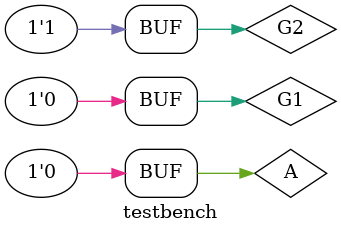
<source format=v>
`timescale 1ns / 1ps


module testbench();
reg A;
reg G1;
reg G2;

initial
    begin 
        A = 0;
        G1 = 0;
        G2 = 1;
        
        #40 A = 1;
        #20 G1 = 1;
        #20 G2 = 0;
        #20 A = 0;
        #20 G1 = 0;
        #20 G2 = 1;
        
    end
    

endmodule

</source>
